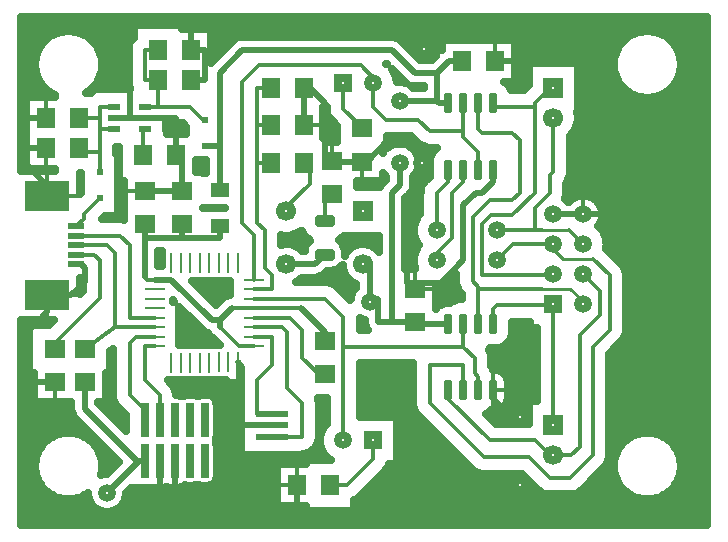
<source format=gbr>
G04 DipTrace 4.2.0.1*
G04 uart_sw2_Top.gbr*
%MOIN*%
G04 #@! TF.FileFunction,Copper,L1,Top*
G04 #@! TF.Part,Single*
%AMOUTLINE0*
4,1,28,
0.032087,0.010039,
0.032087,-0.010039,
0.031751,-0.012587,
0.030768,-0.014961,
0.029204,-0.016999,
0.027165,-0.018563,
0.024792,-0.019547,
0.022244,-0.019882,
-0.022244,-0.019882,
-0.024792,-0.019547,
-0.027165,-0.018563,
-0.029204,-0.016999,
-0.030768,-0.014961,
-0.031751,-0.012587,
-0.032087,-0.010039,
-0.032087,0.010039,
-0.031751,0.012587,
-0.030768,0.014961,
-0.029204,0.016999,
-0.027165,0.018563,
-0.024792,0.019547,
-0.022244,0.019882,
0.022244,0.019882,
0.024792,0.019547,
0.027165,0.018563,
0.029204,0.016999,
0.030768,0.014961,
0.031751,0.012587,
0.032087,0.010039,
0*%
%AMOUTLINE3*
4,1,28,
-0.032087,-0.010039,
-0.032087,0.010039,
-0.031751,0.012587,
-0.030768,0.014961,
-0.029204,0.016999,
-0.027165,0.018563,
-0.024792,0.019547,
-0.022244,0.019882,
0.022244,0.019882,
0.024792,0.019547,
0.027165,0.018563,
0.029204,0.016999,
0.030768,0.014961,
0.031751,0.012587,
0.032087,0.010039,
0.032087,-0.010039,
0.031751,-0.012587,
0.030768,-0.014961,
0.029204,-0.016999,
0.027165,-0.018563,
0.024792,-0.019547,
0.022244,-0.019882,
-0.022244,-0.019882,
-0.024792,-0.019547,
-0.027165,-0.018563,
-0.029204,-0.016999,
-0.030768,-0.014961,
-0.031751,-0.012587,
-0.032087,-0.010039,
0*%
%AMOUTLINE6*
4,1,28,
-0.007283,0.05748,
0.007283,0.05748,
0.009169,0.057232,
0.010925,0.056505,
0.012434,0.055347,
0.013591,0.053839,
0.014319,0.052082,
0.014567,0.050197,
0.014567,-0.050197,
0.014319,-0.052082,
0.013591,-0.053839,
0.012434,-0.055347,
0.010925,-0.056505,
0.009169,-0.057232,
0.007283,-0.05748,
-0.007283,-0.05748,
-0.009169,-0.057232,
-0.010925,-0.056505,
-0.012434,-0.055347,
-0.013591,-0.053839,
-0.014319,-0.052082,
-0.014567,-0.050197,
-0.014567,0.050197,
-0.014319,0.052082,
-0.013591,0.053839,
-0.012434,0.055347,
-0.010925,0.056505,
-0.009169,0.057232,
-0.007283,0.05748,
0*%
%AMOUTLINE9*
4,1,28,
0.007283,-0.05748,
-0.007283,-0.05748,
-0.009169,-0.057232,
-0.010925,-0.056505,
-0.012434,-0.055347,
-0.013591,-0.053839,
-0.014319,-0.052082,
-0.014567,-0.050197,
-0.014567,0.050197,
-0.014319,0.052082,
-0.013591,0.053839,
-0.012434,0.055347,
-0.010925,0.056505,
-0.009169,0.057232,
-0.007283,0.05748,
0.007283,0.05748,
0.009169,0.057232,
0.010925,0.056505,
0.012434,0.055347,
0.013591,0.053839,
0.014319,0.052082,
0.014567,0.050197,
0.014567,-0.050197,
0.014319,-0.052082,
0.013591,-0.053839,
0.012434,-0.055347,
0.010925,-0.056505,
0.009169,-0.057232,
0.007283,-0.05748,
0*%
%AMOUTLINE12*
4,1,28,
-0.00689,0.033268,
0.00689,0.033268,
0.008622,0.03304,
0.010236,0.032371,
0.011622,0.031307,
0.012686,0.029921,
0.013355,0.028307,
0.013583,0.026575,
0.013583,-0.026575,
0.013355,-0.028307,
0.012686,-0.029921,
0.011622,-0.031307,
0.010236,-0.032371,
0.008622,-0.03304,
0.00689,-0.033268,
-0.00689,-0.033268,
-0.008622,-0.03304,
-0.010236,-0.032371,
-0.011622,-0.031307,
-0.012686,-0.029921,
-0.013355,-0.028307,
-0.013583,-0.026575,
-0.013583,0.026575,
-0.013355,0.028307,
-0.012686,0.029921,
-0.011622,0.031307,
-0.010236,0.032371,
-0.008622,0.03304,
-0.00689,0.033268,
0*%
%AMOUTLINE15*
4,1,28,
0.00689,-0.033268,
-0.00689,-0.033268,
-0.008622,-0.03304,
-0.010236,-0.032371,
-0.011622,-0.031307,
-0.012686,-0.029921,
-0.013355,-0.028307,
-0.013583,-0.026575,
-0.013583,0.026575,
-0.013355,0.028307,
-0.012686,0.029921,
-0.011622,0.031307,
-0.010236,0.032371,
-0.008622,0.03304,
-0.00689,0.033268,
0.00689,0.033268,
0.008622,0.03304,
0.010236,0.032371,
0.011622,0.031307,
0.012686,0.029921,
0.013355,0.028307,
0.013583,0.026575,
0.013583,-0.026575,
0.013355,-0.028307,
0.012686,-0.029921,
0.011622,-0.031307,
0.010236,-0.032371,
0.008622,-0.03304,
0.00689,-0.033268,
0*%
%ADD36C,0.007874*%
G04 #@! TA.AperFunction,Conductor*
%ADD13C,0.01378*%
%ADD14C,0.019685*%
%ADD15C,0.009843*%
G04 #@! TA.AperFunction,CopperBalancing*
%ADD16C,0.025*%
%ADD17C,0.012992*%
%ADD18R,0.062992X0.070866*%
%ADD19R,0.070866X0.062992*%
G04 #@! TA.AperFunction,ComponentPad*
%ADD20R,0.059055X0.059055*%
%ADD21C,0.059055*%
%ADD22R,0.023622X0.023622*%
%ADD24R,0.110236X0.019685*%
G04 #@! TA.AperFunction,ComponentPad*
%ADD25R,0.066929X0.066929*%
%ADD26C,0.066929*%
%ADD27R,0.055118X0.019685*%
%ADD28R,0.149606X0.098425*%
%ADD29R,0.029134X0.114961*%
%ADD30R,0.062992X0.047244*%
%ADD32R,0.066929X0.009843*%
%ADD33R,0.009843X0.066929*%
%ADD34R,0.043307X0.023622*%
G04 #@! TA.AperFunction,ViaPad*
%ADD35C,0.059055*%
%ADD70OUTLINE0*%
%ADD73OUTLINE3*%
%ADD76OUTLINE6*%
%ADD79OUTLINE9*%
%ADD82OUTLINE12*%
%ADD85OUTLINE15*%
%FSLAX26Y26*%
G04*
G70*
G90*
G75*
G01*
G04 Top*
%LPD*%
X1373819Y1640357D2*
D13*
X1393701D1*
Y1571364D1*
X1315748Y1493411D1*
Y1478937D1*
X1906201Y1104331D2*
Y1027854D1*
X1943701Y990354D1*
Y940354D1*
X1956201Y927854D1*
Y883071D1*
X1906201Y1027854D2*
X1506201D1*
Y715353D1*
X1209054Y1187605D2*
X1446450D1*
X1506201Y1127854D1*
Y1027854D1*
X1906201Y1838484D2*
Y1746604D1*
Y1727854D1*
X1956201Y1677854D1*
Y1617224D1*
X1906201Y1746604D2*
X1793702D1*
X1756201Y1784105D1*
X1648626D1*
X1606201Y1826530D1*
Y1906201D1*
X1209051Y1250597D2*
Y1400004D1*
X1168701Y1440354D1*
Y1910428D1*
X1223627Y1965354D1*
X1563774D1*
X1606201Y1922928D1*
Y1906201D1*
X2206201Y1468701D2*
D14*
X2306201D1*
X2006201Y1617224D2*
Y1577854D1*
X1968701Y1540354D1*
X1947959D1*
X1906201Y1498596D1*
Y1315354D1*
X1831201Y1240354D1*
X1743701D1*
Y1220472D1*
X1351083Y565354D2*
Y465354D1*
X2093701D1*
X2693701D1*
Y1468701D1*
X2306201D1*
X2011319Y1981201D2*
X2393701D1*
Y1468701D1*
X2306201D1*
X1373819Y1765354D2*
Y1890354D1*
X520079Y1530709D2*
Y1563976D1*
X443701Y1640354D1*
Y1690354D1*
Y1790354D1*
Y2115354D1*
X793701D1*
X998819D1*
X1869828D1*
X2693701D1*
Y1468701D1*
X520079Y1200000D2*
Y1141732D1*
X443701Y1065354D1*
Y910236D1*
Y465354D1*
X943701D1*
X1168701D1*
X1351083D1*
X893701Y647835D2*
Y515354D1*
X943701D1*
Y647835D1*
Y465354D1*
X1153943Y975004D2*
X1168701Y960246D1*
Y765354D1*
Y465354D1*
X1268701Y765354D2*
X1168701D1*
X513583Y1690354D2*
X443701D1*
X513583Y1790354D2*
X443701D1*
X998819Y1915354D2*
X1043701D1*
Y2015356D1*
X998819D1*
X740551Y1790354D2*
X793701D1*
Y2115354D1*
X998819Y2015356D2*
Y2115354D1*
X948819Y1665354D2*
Y1790354D1*
X793701D1*
X543701Y910236D2*
X443701D1*
X614567Y1302362D2*
X631693D1*
X643701Y1290354D1*
Y1244488D1*
X599213Y1200000D1*
X520079D1*
X948819Y1665354D2*
X968701D1*
Y1545472D1*
X843701D1*
X1568702Y1644833D2*
X1498180D1*
X1493701Y1640354D1*
X1443701D1*
Y1840354D1*
X1393701Y1890354D1*
X1373819D1*
X2093701Y465354D2*
Y565354D1*
Y793701D2*
X2065354D1*
X2006201Y852854D1*
Y883071D1*
X1468700Y1645472D2*
X1448819D1*
X1443701Y1640354D1*
X1743701Y1240354D2*
X1718701D1*
Y1490354D1*
X1768701Y1540354D1*
Y1640354D1*
X1774951Y2020478D2*
X1869828Y2115354D1*
X1568702Y1644833D2*
X1585680D1*
X1656201Y1715354D1*
X1743701D1*
X1768701Y1690354D1*
Y1640354D1*
X2206201Y1368701D2*
D13*
Y1352854D1*
X2237451Y1321604D1*
D15*
X2337451D1*
D13*
X2393701Y1265354D1*
Y1084104D1*
X2337451Y1027854D1*
Y665354D1*
X2262451Y590354D1*
X2193699D1*
X2124950Y659104D1*
X1974951D1*
X1793701Y840354D1*
Y965354D1*
X1906201D1*
Y883071D1*
X2206201Y1368701D2*
X2072047D1*
X2018701Y1315354D1*
X1818701D2*
Y1340354D1*
X1868701Y1390354D1*
Y1540354D1*
X1906201Y1577854D1*
Y1617224D1*
X2306201Y1168701D2*
Y1172049D1*
X2293701Y1184549D1*
D15*
Y1190354D1*
X2262451Y1221604D1*
X2168701D1*
D13*
X1956201D1*
Y1104331D1*
Y1838484D2*
Y1752854D1*
X1968701Y1740354D1*
X2068701D1*
X2093701Y1715354D1*
Y1540354D1*
X2068701Y1515354D1*
X1993701D1*
X1937451Y1459104D1*
Y1246604D1*
X1956201Y1227854D1*
Y1221604D1*
X693701Y1608661D2*
Y1677854D1*
X628108D1*
X693701D2*
Y1790354D1*
Y1827756D1*
X740551D1*
Y1752953D2*
X693701D1*
Y1677854D1*
X623819Y1690354D2*
X628108Y1677854D1*
X623819Y1790354D2*
X693701D1*
X1461319Y565354D2*
X1518701D1*
X1606201Y652854D1*
Y715356D1*
X1506201Y1906201D2*
Y1821605D1*
X1568699Y1759106D1*
Y1755070D1*
X846850Y1827756D2*
X888583D1*
X994488D1*
X1038583Y1783661D1*
X1043699D1*
X888583Y1915354D2*
X843701D1*
Y2015353D1*
X888583D1*
Y1915354D2*
Y1827756D1*
X614567Y1333858D2*
X675197D1*
X693701Y1315354D1*
Y1190354D1*
X543701Y1040354D1*
Y1020472D1*
X838583Y1665354D2*
Y1744685D1*
X846850Y1752953D1*
X1209058Y1061621D2*
X1268701D1*
Y965354D1*
X1218701Y915354D1*
Y804724D1*
X1268699D1*
X1209056Y1093117D2*
X1303438D1*
X1318701Y1077854D1*
Y890354D1*
X1368701Y840354D1*
Y725984D1*
X1268702D1*
X1443701Y1445866D2*
Y1510235D1*
X1468702Y1535236D1*
X1263583Y1890354D2*
X1218701D1*
Y1765354D1*
Y1640352D1*
Y1440354D1*
X1243701Y1415354D1*
Y1290354D1*
X1268701Y1265354D1*
Y1221604D1*
X1231398D1*
X1228895Y1219101D1*
X1209052D1*
X1263583Y1765354D2*
X1218701D1*
X1263583Y1640352D2*
X1218701D1*
X1443702Y935236D2*
X1423819D1*
X1368701Y990354D1*
Y1082854D1*
X1326942Y1124613D1*
X1209055D1*
X2206201Y1268701D2*
X2202854Y1265354D1*
X1968701D1*
Y1436124D1*
X1997932Y1465354D1*
X2068701D1*
X2143701Y1540354D1*
Y1827854D1*
X2016831D1*
X2006201Y1838484D1*
X2206199Y1890354D2*
X2193701D1*
X2143701Y1840354D1*
Y1827854D1*
X2306201Y1368701D2*
X2259547Y1415354D1*
D15*
X2168701D1*
D13*
X2143701D1*
X2018701D1*
X1818701D2*
Y1540354D1*
X1856201Y1577854D1*
Y1617224D1*
X2206202Y1790354D2*
Y1611124D1*
X2193701Y1598622D1*
Y1540354D1*
X2143701Y1490354D1*
Y1415354D1*
X893701Y782874D2*
Y865354D1*
X843701Y915354D1*
Y1030112D1*
X878350D1*
X843701Y782874D2*
Y815354D1*
X793701Y865354D1*
Y1040354D1*
X814954Y1061608D1*
X878349D1*
X614567Y1396850D2*
X762205D1*
X793701Y1365354D1*
Y1124600D1*
X878346D1*
X614567Y1365354D2*
X718701D1*
X743701Y1340354D1*
Y1093104D1*
X878348D1*
X643701Y1020472D2*
X743701Y1093104D1*
X2006201Y1104331D2*
Y1152854D1*
X2018701Y1165354D1*
X2206201D1*
Y1168701D1*
X2206200Y765354D2*
X2206201Y1165354D1*
X2306201Y1268701D2*
X2362451Y1212451D1*
Y1134104D1*
X2293701Y1065354D1*
Y694585D1*
X2264470Y665354D1*
X2206202D1*
X2193701D1*
X2143701Y715354D1*
X1993701D1*
X1856201Y852854D1*
Y883071D1*
X2206202Y665354D2*
D3*
X614567Y1428346D2*
X641125Y1454904D1*
Y1469471D1*
X693701Y1522047D1*
X1856201Y1838484D2*
D14*
X1826822D1*
X1818701Y1846605D1*
Y1940354D1*
X1859547Y1981201D1*
X1901083D1*
X1856201Y1104331D2*
X1749606D1*
X1743701Y1110236D1*
X1818701Y1846605D2*
X1693701D1*
Y1640354D2*
Y1565354D1*
X1668701Y1540354D1*
Y1110236D1*
X1743701D1*
X1571654Y1301772D2*
X1593701D1*
Y1185236D1*
X1623228D1*
Y1110236D1*
X1743701D1*
X1093700Y1549409D2*
Y1697047D1*
X1043702D1*
X843701Y647835D2*
X817471D1*
X643701Y821605D1*
Y910236D1*
X1093700Y1549409D2*
Y1940353D1*
X1168701Y2015354D1*
X1668701D1*
X1743701Y1940354D1*
X1818701D1*
X1315748Y1301772D2*
X1410630D1*
X1443701Y1334843D1*
X843701Y647835D2*
X826181D1*
X718701Y540354D1*
X1593701Y1177854D2*
X1623228Y1185236D1*
X1093702Y1431299D2*
Y1390354D1*
X843701D1*
Y1259104D1*
D13*
X852220Y1250584D1*
X878343D1*
X1209055Y1156109D2*
X1134455D1*
D14*
X1093701Y1115354D1*
X1068701D1*
X933471Y1250584D1*
X878343D1*
X1209059Y1030125D2*
D13*
X1158470D1*
X1093701Y1094894D1*
D14*
Y1115354D1*
X1443699Y1045472D2*
Y1077856D1*
X1365446Y1156109D1*
D13*
X1209055D1*
X968701Y1435236D2*
D14*
Y1390354D1*
X843701D1*
Y1435236D1*
D35*
X2093701Y565354D3*
Y793701D3*
X1768701Y1640354D3*
X1774951Y2020478D3*
X2018701Y1315354D3*
X1818701D3*
X2018701Y1415354D3*
X1818701D3*
X1693701Y1846605D3*
Y1640354D3*
X718701Y540354D3*
X1593701Y1177854D3*
X434694Y2102001D2*
D16*
X2714925D1*
X434694Y2077133D2*
X563721D1*
X617380D2*
X806227D1*
X1067404D2*
X2492855D1*
X2546514D2*
X2714925D1*
X434694Y2052264D2*
X514722D1*
X666380D2*
X800073D1*
X1067404D2*
X1141475D1*
X1695933D2*
X2443855D1*
X2595514D2*
X2714925D1*
X434694Y2027395D2*
X493586D1*
X687516D2*
X787280D1*
X1067404D2*
X1115405D1*
X1721985D2*
X1832497D1*
X2079894D2*
X2422720D1*
X2616650D2*
X2714925D1*
X434694Y2002526D2*
X482067D1*
X699035D2*
X785952D1*
X1067404D2*
X1090537D1*
X1746853D2*
X1815541D1*
X2079894D2*
X2411201D1*
X2628169D2*
X2714925D1*
X434694Y1977657D2*
X477115D1*
X703987D2*
X785952D1*
X2079894D2*
X2406249D1*
X2633121D2*
X2714925D1*
X434694Y1952789D2*
X477851D1*
X703251D2*
X785952D1*
X2079894D2*
X2121867D1*
X2290534D2*
X2406984D1*
X2632385D2*
X2714925D1*
X434694Y1927920D2*
X484399D1*
X696702D2*
X785952D1*
X2079894D2*
X2121867D1*
X2290534D2*
X2413533D1*
X2625836D2*
X2714925D1*
X434694Y1903051D2*
X498000D1*
X683102D2*
X787334D1*
X2055439D2*
X2121867D1*
X2290534D2*
X2427133D1*
X2612236D2*
X2714925D1*
X434694Y1878182D2*
X522975D1*
X658127D2*
X668037D1*
X2290534D2*
X2452109D1*
X2587261D2*
X2714925D1*
X434694Y1853314D2*
X444999D1*
X2290534D2*
X2714925D1*
X434694Y1828445D2*
X444999D1*
X2290534D2*
X2714925D1*
X434694Y1803576D2*
X444999D1*
X1442394D2*
X1451460D1*
X2289458D2*
X2714925D1*
X434694Y1778707D2*
X444999D1*
X1442394D2*
X1468451D1*
X2289709D2*
X2714925D1*
X434694Y1753839D2*
X444999D1*
X919364D2*
X981019D1*
X1442394D2*
X1482393D1*
X2281940D2*
X2714925D1*
X434694Y1728970D2*
X444999D1*
X1442394D2*
X1482393D1*
X2263962D2*
X2714925D1*
X434694Y1704101D2*
X444999D1*
X1655008D2*
X1684349D1*
X1703056D2*
X1755884D1*
X2263962D2*
X2714925D1*
X434694Y1679232D2*
X444999D1*
X1747176D2*
X1804668D1*
X2263962D2*
X2714925D1*
X434694Y1654364D2*
X444999D1*
X1758767D2*
X1792773D1*
X2263962D2*
X2714925D1*
X434694Y1629495D2*
X444999D1*
X1017399D2*
X1046776D1*
X1759395D2*
X1791750D1*
X2263962D2*
X2714925D1*
X1749437Y1604626D2*
X1791750D1*
X2263567D2*
X2714925D1*
X756378Y1579757D2*
X771186D1*
X1740627D2*
X1777468D1*
X2254202D2*
X2714925D1*
X756378Y1554888D2*
X771186D1*
X1739371D2*
X1762899D1*
X2251457D2*
X2714925D1*
X756378Y1530020D2*
X771186D1*
X1723690D2*
X1760943D1*
X2250488D2*
X2284978D1*
X2327423D2*
X2714925D1*
X756378Y1505151D2*
X771186D1*
X1715634D2*
X1760943D1*
X2361442D2*
X2714925D1*
X756378Y1480282D2*
X771186D1*
X1715634D2*
X1760943D1*
X2371758D2*
X2714925D1*
X707719Y1455413D2*
X771186D1*
X1715634D2*
X1749389D1*
X2371417D2*
X2714925D1*
X1715634Y1430545D2*
X1739808D1*
X2360222D2*
X2714925D1*
X1354711Y1405676D2*
X1369160D1*
X1715634D2*
X1738911D1*
X2377266D2*
X2714925D1*
X1301459Y1380807D2*
X1392808D1*
X1494587D2*
X1621767D1*
X1715634D2*
X1746392D1*
X2385645D2*
X2714925D1*
X1359447Y1355938D2*
X1375924D1*
X1511471D2*
X1527965D1*
X1715634D2*
X1749712D1*
X2385538D2*
X2714925D1*
X890638Y1331070D2*
X900100D1*
X1715634D2*
X1739915D1*
X2408629D2*
X2714925D1*
X890638Y1306201D2*
X900100D1*
X1715634D2*
X1738839D1*
X2433497D2*
X2714925D1*
X1477632Y1281332D2*
X1504246D1*
X2449089D2*
X2714925D1*
X1369029Y1256463D2*
X1518384D1*
X1872179D2*
X1879702D1*
X2451457D2*
X2714925D1*
X1017794Y1231594D2*
X1124717D1*
X1482387D2*
X1546769D1*
X1816217D2*
X1881766D1*
X2451457D2*
X2714925D1*
X1042662Y1206726D2*
X1124717D1*
X1507972D2*
X1533958D1*
X1816217D2*
X1896693D1*
X2451457D2*
X2714925D1*
X1067530Y1181857D2*
X1094879D1*
X1816217D2*
X1875934D1*
X2451457D2*
X2714925D1*
X2451457Y1156988D2*
X2714925D1*
X962676Y1132119D2*
X986599D1*
X2451457D2*
X2714925D1*
X434694Y1107251D2*
X529954D1*
X962676D2*
X1011466D1*
X1563951D2*
X1576391D1*
X2070654D2*
X2125814D1*
X2451457D2*
X2714925D1*
X434694Y1082382D2*
X457397D1*
X962676D2*
X1036424D1*
X2070654D2*
X2148439D1*
X2451421D2*
X2714925D1*
X434694Y1057513D2*
X457397D1*
X962676D2*
X1067195D1*
X2066797D2*
X2148439D1*
X2444639D2*
X2714925D1*
X434694Y1032644D2*
X457397D1*
X2047150D2*
X2148439D1*
X2422893D2*
X2714925D1*
X434694Y1007776D2*
X457397D1*
X1998635D2*
X2148439D1*
X2398008D2*
X2714925D1*
X434694Y982907D2*
X457397D1*
X2001451D2*
X2148439D1*
X2395209D2*
X2714925D1*
X434694Y958038D2*
X457397D1*
X1563951D2*
X1735950D1*
X2004986D2*
X2148439D1*
X2395209D2*
X2714925D1*
X434694Y933169D2*
X471176D1*
X716223D2*
X735948D1*
X1563951D2*
X1735950D1*
X2049518D2*
X2148439D1*
X2395209D2*
X2714925D1*
X434694Y908301D2*
X471176D1*
X716223D2*
X735948D1*
X931403D2*
X1111942D1*
X1563951D2*
X1735950D1*
X2056875D2*
X2148439D1*
X2395209D2*
X2714925D1*
X434694Y883432D2*
X471176D1*
X716223D2*
X735948D1*
X948412D2*
X1160942D1*
X1563951D2*
X1735950D1*
X2056875D2*
X2148439D1*
X2395209D2*
X2714925D1*
X434694Y858563D2*
X471176D1*
X716223D2*
X736360D1*
X1074778D2*
X1160942D1*
X1563951D2*
X1735950D1*
X2056875D2*
X2148439D1*
X2395209D2*
X2714925D1*
X434694Y833694D2*
X596771D1*
X696936D2*
X745905D1*
X1086692D2*
X1160942D1*
X1426461D2*
X1448446D1*
X1563951D2*
X1736345D1*
X2050003D2*
X2121867D1*
X2395209D2*
X2714925D1*
X434694Y808825D2*
X598655D1*
X721821D2*
X769589D1*
X1086710D2*
X1160942D1*
X1426461D2*
X1448446D1*
X1563951D2*
X1745818D1*
X1993144D2*
X2121867D1*
X2395209D2*
X2714925D1*
X434694Y783957D2*
X616023D1*
X746689D2*
X778273D1*
X1086710D2*
X1162718D1*
X1426461D2*
X1448446D1*
X1686604D2*
X1769448D1*
X2005740D2*
X2121867D1*
X2395209D2*
X2714925D1*
X434694Y759088D2*
X640890D1*
X1086710D2*
X1162718D1*
X1426461D2*
X1439242D1*
X1686604D2*
X1794316D1*
X2395209D2*
X2714925D1*
X434694Y734219D2*
X549135D1*
X631967D2*
X665758D1*
X1086710D2*
X1162718D1*
X1686604D2*
X1819184D1*
X2395209D2*
X2478268D1*
X2561101D2*
X2714925D1*
X434694Y709350D2*
X510057D1*
X671045D2*
X690626D1*
X1084718D2*
X1162718D1*
X1686604D2*
X1844069D1*
X2395209D2*
X2439191D1*
X2600179D2*
X2714925D1*
X434694Y684482D2*
X491020D1*
X690082D2*
X715494D1*
X1086710D2*
X1162718D1*
X1407676D2*
X1432191D1*
X1686604D2*
X1868937D1*
X2395209D2*
X2420154D1*
X2619216D2*
X2714925D1*
X434694Y659613D2*
X480757D1*
X700345D2*
X740361D1*
X1086710D2*
X1449289D1*
X1686604D2*
X1893805D1*
X2394904D2*
X2409891D1*
X2629479D2*
X2714925D1*
X434694Y634744D2*
X476828D1*
X704274D2*
X747753D1*
X1086710D2*
X1282500D1*
X1660910D2*
X1918672D1*
X2385950D2*
X2405962D1*
X2633408D2*
X2714925D1*
X434694Y609875D2*
X478550D1*
X702552D2*
X722886D1*
X1086710D2*
X1282500D1*
X1643865D2*
X1947362D1*
X2362608D2*
X2407684D1*
X2631685D2*
X2714925D1*
X434694Y585007D2*
X486194D1*
X1084198D2*
X1282500D1*
X1618998D2*
X2118404D1*
X2337740D2*
X2415328D1*
X2624042D2*
X2714925D1*
X434694Y560138D2*
X501319D1*
X972114D2*
X1282500D1*
X1594130D2*
X2143272D1*
X2312872D2*
X2430453D1*
X2608917D2*
X2714925D1*
X434694Y535269D2*
X529452D1*
X785121D2*
X1282500D1*
X1569262D2*
X2186853D1*
X2269291D2*
X2458586D1*
X2580784D2*
X2714925D1*
X434694Y510400D2*
X659514D1*
X777890D2*
X1282500D1*
X1543677D2*
X2714925D1*
X434694Y485531D2*
X682965D1*
X754440D2*
X1378956D1*
X1543677D2*
X2714925D1*
X434694Y460663D2*
X2714925D1*
X434694Y435794D2*
X2714925D1*
X633519Y1606555D2*
X629464D1*
X629469Y1535960D1*
X633526Y1540017D1*
X633523Y1606554D1*
X918444Y1735374D2*
X983520D1*
X983522Y1760579D1*
X971600Y1772500D1*
X916864D1*
X916861Y1767578D1*
X916870Y1749158D1*
X918445Y1749154D1*
Y1735383D1*
X1014902Y1650649D2*
Y1611553D1*
X1038721Y1611555D1*
Y1607617D1*
X1049264Y1607618D1*
X1049270Y1650651D1*
X1014896Y1650649D1*
X773681Y1450906D2*
X773680Y1581555D1*
X758720D1*
Y1692769D1*
X748949Y1692775D1*
X748957Y1668837D1*
X753878Y1668839D1*
Y1461870D1*
X711669D1*
X701899Y1452101D1*
X762178Y1452107D1*
X1038721Y1491200D2*
Y1489503D1*
X1113445Y1489508D1*
Y1491204D1*
X1038719Y1491200D1*
X1450938Y1828307D2*
X1439903D1*
X1439902Y1724154D1*
X1453681Y1724156D1*
Y1711552D1*
X1484901Y1711555D1*
X1484900Y1764765D1*
X1467129Y1782533D1*
X1461202Y1789537D1*
X1456515Y1797426D1*
X1453199Y1805982D1*
X1451344Y1814977D1*
X1649531Y1970925D2*
X1651494Y1969573D1*
X1652077Y1969145D1*
X1650297Y1970925D1*
X1649546D1*
X1669145Y1952078D2*
X1670645Y1949955D1*
X1671659Y1948423D1*
X1672637Y1946867D1*
X1673577Y1945289D1*
X1674480Y1943689D1*
X1675346Y1942068D1*
X1676172Y1940427D1*
X1676960Y1938768D1*
X1677708Y1937090D1*
X1678417Y1935395D1*
X1679085Y1933683D1*
X1679713Y1931957D1*
X1680300Y1930216D1*
X1680846Y1928462D1*
X1682955Y1919477D1*
X1683987Y1910306D1*
X1683995Y1909981D1*
X1684607Y1910071D1*
X1693732Y1910719D1*
X1702856Y1910062D1*
X1704670Y1909774D1*
X1706476Y1909434D1*
X1708271Y1909042D1*
X1710054Y1908599D1*
X1711823Y1908105D1*
X1713814Y1907480D1*
X1712274Y1908949D1*
X1669172Y1952050D1*
X1506653Y1394221D2*
X1499602Y1388335D1*
X1491711Y1383632D1*
X1494689Y1378761D1*
X1501032Y1372138D1*
X1505880Y1364354D1*
X1509027Y1355741D1*
X1510339Y1346666D1*
X1510374Y1344882D1*
Y1331371D1*
X1510956Y1332543D1*
X1515599Y1340358D1*
X1521243Y1347485D1*
X1527786Y1353797D1*
X1535111Y1359179D1*
X1543089Y1363538D1*
X1551576Y1366794D1*
X1560422Y1368890D1*
X1569468Y1369788D1*
X1578554Y1369472D1*
X1587516Y1367949D1*
X1596195Y1365244D1*
X1604436Y1361407D1*
X1612092Y1356505D1*
X1619026Y1350627D1*
X1624277Y1344806D1*
X1624271Y1397111D1*
X1509401Y1397106D1*
X1506653Y1394221D1*
X1391341Y1386015D2*
X1383879Y1391372D1*
X1377359Y1397831D1*
X1371936Y1405233D1*
X1367740Y1413405D1*
X1366765Y1414956D1*
X1359281Y1409646D1*
X1351249Y1405208D1*
X1342770Y1401696D1*
X1333952Y1399157D1*
X1324905Y1397620D1*
X1315743Y1397106D1*
X1306581Y1397621D1*
X1298957Y1398917D1*
Y1367716D1*
X1301171Y1368244D1*
X1310161Y1369593D1*
X1319251Y1369733D1*
X1328278Y1368660D1*
X1337081Y1366393D1*
X1345504Y1362973D1*
X1353396Y1358461D1*
X1360616Y1352937D1*
X1367035Y1346500D1*
X1367266Y1346196D1*
X1377044Y1346201D1*
X1377181Y1348579D1*
X1378883Y1357589D1*
X1382399Y1366059D1*
X1387578Y1373626D1*
X1394208Y1379973D1*
X1391341Y1386015D1*
X2630625Y1959328D2*
X2629488Y1950198D1*
X2627602Y1941193D1*
X2624978Y1932375D1*
X2621635Y1923803D1*
X2617595Y1915537D1*
X2612887Y1907632D1*
X2607542Y1900144D1*
X2601596Y1893122D1*
X2595092Y1886615D1*
X2588072Y1880668D1*
X2580585Y1875321D1*
X2572682Y1870610D1*
X2564417Y1866568D1*
X2555846Y1863222D1*
X2547028Y1860595D1*
X2538024Y1858706D1*
X2528894Y1857567D1*
X2519702Y1857185D1*
X2510509Y1857564D1*
X2501379Y1858701D1*
X2492374Y1860587D1*
X2483556Y1863211D1*
X2474984Y1866554D1*
X2466718Y1870594D1*
X2458813Y1875302D1*
X2451325Y1880647D1*
X2444303Y1886593D1*
X2437796Y1893097D1*
X2431849Y1900117D1*
X2426502Y1907604D1*
X2421791Y1915507D1*
X2417749Y1923772D1*
X2414403Y1932343D1*
X2411777Y1941161D1*
X2409887Y1950165D1*
X2408748Y1959295D1*
X2408366Y1968487D1*
X2408745Y1977680D1*
X2409882Y1986810D1*
X2411768Y1995815D1*
X2414392Y2004633D1*
X2417735Y2013205D1*
X2421775Y2021471D1*
X2426483Y2029376D1*
X2431828Y2036864D1*
X2437774Y2043886D1*
X2444278Y2050393D1*
X2451298Y2056340D1*
X2458785Y2061687D1*
X2466688Y2066398D1*
X2474953Y2070440D1*
X2483524Y2073786D1*
X2492342Y2076412D1*
X2501346Y2078302D1*
X2510476Y2079441D1*
X2519668Y2079823D1*
X2528861Y2079444D1*
X2537991Y2078307D1*
X2546996Y2076421D1*
X2555814Y2073797D1*
X2564386Y2070454D1*
X2572652Y2066414D1*
X2580557Y2061706D1*
X2588045Y2056360D1*
X2595067Y2050415D1*
X2601574Y2043911D1*
X2607521Y2036891D1*
X2612868Y2029404D1*
X2617579Y2021501D1*
X2621621Y2013236D1*
X2624967Y2004665D1*
X2627593Y1995847D1*
X2629483Y1986843D1*
X2630622Y1977713D1*
X2631004Y1968504D1*
X2630625Y1959328D1*
Y620745D2*
X2629488Y611615D1*
X2627602Y602610D1*
X2624978Y593792D1*
X2621635Y585220D1*
X2617595Y576954D1*
X2612887Y569050D1*
X2607542Y561561D1*
X2601596Y554539D1*
X2595092Y548033D1*
X2588072Y542085D1*
X2580585Y536738D1*
X2572682Y532027D1*
X2564417Y527985D1*
X2555846Y524639D1*
X2547028Y522013D1*
X2538024Y520123D1*
X2528894Y518984D1*
X2519702Y518602D1*
X2510509Y518981D1*
X2501379Y520118D1*
X2492374Y522005D1*
X2483556Y524628D1*
X2474984Y527972D1*
X2466718Y532011D1*
X2458813Y536720D1*
X2451325Y542065D1*
X2444303Y548010D1*
X2437796Y554515D1*
X2431849Y561535D1*
X2426502Y569022D1*
X2421791Y576925D1*
X2417749Y585190D1*
X2414403Y593760D1*
X2411777Y602578D1*
X2409887Y611582D1*
X2408748Y620712D1*
X2408366Y629904D1*
X2408745Y639097D1*
X2409882Y648227D1*
X2411768Y657232D1*
X2414392Y666051D1*
X2417735Y674622D1*
X2421775Y682888D1*
X2426483Y690793D1*
X2431828Y698282D1*
X2437774Y705303D1*
X2444278Y711810D1*
X2451298Y717757D1*
X2458785Y723105D1*
X2466688Y727815D1*
X2474953Y731857D1*
X2483524Y735203D1*
X2492342Y737830D1*
X2501346Y739719D1*
X2510476Y740859D1*
X2519668Y741240D1*
X2528861Y740861D1*
X2537991Y739725D1*
X2546996Y737838D1*
X2555814Y735214D1*
X2564386Y731871D1*
X2572652Y727831D1*
X2580557Y723123D1*
X2588045Y717778D1*
X2595067Y711833D1*
X2601574Y705328D1*
X2607521Y698308D1*
X2612868Y690821D1*
X2617579Y682918D1*
X2621621Y674653D1*
X2624967Y666082D1*
X2627593Y657265D1*
X2629483Y648260D1*
X2630622Y639131D1*
X2631004Y629921D1*
X2630625Y620745D1*
X638446Y1257933D2*
X629469D1*
Y1204265D1*
X638440Y1213238D1*
X638444Y1257927D1*
X754652Y826259D2*
X780767Y800136D1*
X780770Y747368D1*
X688130Y840007D1*
X688126Y844153D1*
X713721D1*
X713730Y940610D1*
X727500D1*
X727504Y1013047D1*
X738445Y1020987D1*
Y865354D1*
X739058Y857147D1*
X741169Y848217D1*
X744729Y839760D1*
X749646Y832002D1*
X754652Y826259D1*
X1639883Y1675207D2*
X1638721D1*
X1638722Y1673342D1*
X1639904Y1675208D1*
X1632554Y1566187D2*
X1629242Y1560768D1*
X1552501Y1560761D1*
X1552502Y1578750D1*
X1638722D1*
X1638725Y1607592D1*
X1639748Y1605717D1*
X1645226Y1598392D1*
X1649271Y1594134D1*
X1649275Y1583762D1*
X1637303Y1571789D1*
X1632554Y1566187D1*
X1127220Y1199937D2*
Y1246318D1*
X1049615Y1246310D1*
X1000580Y1246309D1*
X1081202Y1165686D1*
X1103039Y1187525D1*
X1110158Y1193306D1*
X1118311Y1197502D1*
X1127215Y1199938D1*
X902604Y1295010D2*
Y1345930D1*
X888137Y1345925D1*
X888130Y1295010D1*
X902611Y1295013D1*
X937744Y1183474D2*
Y1177886D1*
X943332Y1177888D1*
X937742Y1183480D1*
X960178Y1161049D2*
X960182Y1034391D1*
X1037787Y1034398D1*
X1095531Y1034400D1*
X1075640Y1054297D1*
X1072524Y1055836D1*
X1064957Y1061015D1*
X1058614Y1067638D1*
X1055276Y1072996D1*
X1054232Y1073347D1*
X1045916Y1077212D1*
X1038571Y1082702D1*
X1037284Y1083938D1*
X960173Y1161049D1*
X1988120Y807455D2*
X1995931Y812304D1*
X1999525Y815216D1*
X2013628Y815220D1*
X2016686Y815373D1*
X2019724Y815753D1*
X2022725Y816356D1*
X2025673Y817181D1*
X2028553Y818221D1*
X2031347Y819472D1*
X2034040Y820927D1*
X2036619Y822578D1*
X2039068Y824415D1*
X2041374Y826428D1*
X2043525Y828607D1*
X2045508Y830939D1*
X2047313Y833412D1*
X2048929Y836012D1*
X2050349Y838724D1*
X2051564Y841534D1*
X2052567Y844427D1*
X2053353Y847385D1*
X2053917Y850394D1*
X2054257Y853437D1*
X2054370Y856496D1*
X2054356Y910721D1*
X2054163Y913777D1*
X2053744Y916809D1*
X2053101Y919803D1*
X2052239Y922740D1*
X2051161Y925605D1*
X2049873Y928383D1*
X2048383Y931057D1*
X2046699Y933614D1*
X2044831Y936039D1*
X2042787Y938318D1*
X2040581Y940441D1*
X2038223Y942393D1*
X2035727Y944166D1*
X2033106Y945748D1*
X2030376Y947132D1*
X2027550Y948310D1*
X2024645Y949276D1*
X2021676Y950023D1*
X2018660Y950548D1*
X2015610Y950849D1*
X2013067Y950926D1*
X2006407D1*
X2005172Y953449D1*
X2000261Y961200D1*
X1998957Y962850D1*
X1998950Y991244D1*
X1998041Y1000374D1*
X1995634Y1009229D1*
X1991789Y1017570D1*
X1993952Y1022959D1*
X1999331Y1022697D1*
X2013043D1*
X2016897Y1022828D1*
X2025966Y1024223D1*
X2034678Y1027105D1*
X2042790Y1031393D1*
X2050077Y1036969D1*
X2056337Y1043678D1*
X2061396Y1051333D1*
X2065113Y1059722D1*
X2067385Y1068612D1*
X2068150Y1077756D1*
X2068154Y1110098D1*
X2128307Y1110103D1*
Y1090807D1*
X2150944Y1090809D1*
X2150950Y847185D1*
X2124369D1*
X2124373Y770611D1*
X2016587Y770612D1*
X1982307Y804892D1*
X1988120Y807455D1*
X1454018Y1242340D2*
X1462980Y1240331D1*
X1471478Y1236868D1*
X1479285Y1232048D1*
X1485522Y1226677D1*
X1529755Y1182444D1*
X1530243Y1187009D1*
X1532192Y1195947D1*
X1535393Y1204516D1*
X1539781Y1212543D1*
X1545267Y1219864D1*
X1549267Y1223860D1*
X1549279Y1237625D1*
X1542928Y1240080D1*
X1534961Y1244460D1*
X1527650Y1249861D1*
X1521123Y1256190D1*
X1515499Y1263331D1*
X1510876Y1271159D1*
X1507338Y1279533D1*
X1504948Y1288304D1*
X1503748Y1297315D1*
X1503754Y1301461D1*
X1499824Y1296059D1*
X1493201Y1289716D1*
X1485417Y1284868D1*
X1476804Y1281721D1*
X1467729Y1280409D1*
X1465945Y1280374D1*
X1452062D1*
X1442131Y1270440D1*
X1437886Y1266685D1*
X1430103Y1261837D1*
X1421489Y1258690D1*
X1412414Y1257378D1*
X1410630Y1257342D1*
X1367114Y1257337D1*
X1362993Y1252793D1*
X1356043Y1246933D1*
X1349640Y1242857D1*
X1446427Y1242861D1*
X1454018Y1242340D1*
X1832285Y2016281D2*
X1835000Y2018232D1*
Y2051221D1*
X2077402D1*
Y1911181D1*
X2043165D1*
X2044097Y1910558D1*
X2051222Y1904777D1*
X2057289Y1897893D1*
X2062131Y1890089D1*
X2065105Y1883110D1*
X2108310D1*
X2124368Y1899158D1*
Y1972185D1*
X2288030D1*
Y1808523D1*
X2285994D1*
X2286377Y1806734D1*
X2287707Y1797654D1*
X2288033Y1790354D1*
X2287518Y1781187D1*
X2285981Y1772141D1*
X2283440Y1763323D1*
X2279927Y1754845D1*
X2275488Y1746814D1*
X2270177Y1739330D1*
X2264062Y1732488D1*
X2261463Y1730165D1*
X2261459Y1611148D1*
X2260937Y1603547D1*
X2258928Y1594593D1*
X2255466Y1586096D1*
X2250640Y1578283D1*
X2248957Y1570538D1*
Y1540383D1*
X2248435Y1532778D1*
X2246423Y1523816D1*
X2244971Y1519743D1*
X2245955Y1519003D1*
X2248303Y1517054D1*
X2250556Y1514996D1*
X2252709Y1512833D1*
X2254756Y1510570D1*
X2256192Y1508823D1*
X2257847Y1510803D1*
X2259906Y1513056D1*
X2262068Y1515209D1*
X2264331Y1517256D1*
X2266689Y1519193D1*
X2269136Y1521016D1*
X2271668Y1522720D1*
X2274277Y1524302D1*
X2276959Y1525758D1*
X2279707Y1527085D1*
X2282515Y1528280D1*
X2285377Y1529339D1*
X2288286Y1530261D1*
X2291235Y1531044D1*
X2294218Y1531686D1*
X2297229Y1532184D1*
X2300260Y1532539D1*
X2303304Y1532750D1*
X2306355Y1532815D1*
X2309405Y1532735D1*
X2312449Y1532510D1*
X2315478Y1532141D1*
X2318486Y1531627D1*
X2321466Y1530971D1*
X2324412Y1530175D1*
X2327316Y1529238D1*
X2330173Y1528165D1*
X2332975Y1526957D1*
X2335717Y1525617D1*
X2338391Y1524148D1*
X2340993Y1522554D1*
X2343516Y1520837D1*
X2345955Y1519003D1*
X2348303Y1517054D1*
X2350556Y1514996D1*
X2352709Y1512833D1*
X2354756Y1510570D1*
X2356693Y1508212D1*
X2358516Y1505765D1*
X2360220Y1503234D1*
X2361802Y1500624D1*
X2363258Y1497943D1*
X2364585Y1495195D1*
X2365780Y1492387D1*
X2366839Y1489525D1*
X2367761Y1486616D1*
X2368544Y1483666D1*
X2369186Y1480683D1*
X2369684Y1477673D1*
X2370039Y1474642D1*
X2370250Y1471597D1*
X2370315Y1468701D1*
X2370242Y1465640D1*
X2370024Y1462596D1*
X2369661Y1459566D1*
X2369155Y1456557D1*
X2368506Y1453575D1*
X2367715Y1450628D1*
X2366786Y1447721D1*
X2365719Y1444862D1*
X2364517Y1442057D1*
X2363183Y1439313D1*
X2361720Y1436635D1*
X2360132Y1434029D1*
X2358421Y1431502D1*
X2356592Y1429060D1*
X2356059Y1428386D1*
X2358565Y1426368D1*
X2365018Y1419770D1*
X2370645Y1412455D1*
X2375368Y1404526D1*
X2379119Y1396094D1*
X2381847Y1387277D1*
X2383513Y1378200D1*
X2384095Y1368701D1*
X2383554Y1359536D1*
X2382659Y1354541D1*
X2432773Y1304426D1*
X2438700Y1297422D1*
X2443386Y1289533D1*
X2446702Y1280977D1*
X2448557Y1271982D1*
X2448957Y1265222D1*
Y1084138D1*
X2448435Y1076527D1*
X2446426Y1067574D1*
X2442964Y1059077D1*
X2438143Y1051269D1*
X2432773Y1045032D1*
X2392709Y1004969D1*
X2392707Y665384D1*
X2392185Y657777D1*
X2390176Y648824D1*
X2386714Y640327D1*
X2381893Y632519D1*
X2376523Y626282D1*
X2301541Y551301D1*
X2295796Y546294D1*
X2288045Y541383D1*
X2279588Y537823D1*
X2270658Y535711D1*
X2262451Y535098D1*
X2193724D1*
X2186123Y535620D1*
X2177169Y537629D1*
X2168672Y541091D1*
X2160865Y545912D1*
X2154627Y551282D1*
X2102064Y603845D1*
X1974976Y603847D1*
X1967375Y604369D1*
X1958421Y606378D1*
X1949924Y609840D1*
X1942117Y614661D1*
X1935879Y620032D1*
X1754646Y801265D1*
X1749640Y807009D1*
X1744729Y814760D1*
X1741169Y823217D1*
X1739058Y832147D1*
X1738445Y840354D1*
Y965326D1*
X1738678Y970423D1*
X1738923Y972598D1*
X1561458D1*
X1561455Y793250D1*
X1684095D1*
Y637462D1*
X1659272D1*
X1658431Y634818D1*
X1654726Y626424D1*
X1649677Y618751D1*
X1645255Y613764D1*
X1557773Y526282D1*
X1550768Y520355D1*
X1542871Y515666D1*
X1541182Y514884D1*
Y481555D1*
X1381457D1*
Y495325D1*
X1362048Y495334D1*
X1285000D1*
Y635374D1*
X1381454D1*
X1381457Y649154D1*
X1465220Y649151D1*
X1464660Y649460D1*
X1457158Y654836D1*
X1450345Y661061D1*
X1444316Y668048D1*
X1439155Y675700D1*
X1434936Y683908D1*
X1431717Y692557D1*
X1429544Y701527D1*
X1428446Y710690D1*
X1428441Y719919D1*
X1429527Y729084D1*
X1431689Y738056D1*
X1434897Y746709D1*
X1439106Y754923D1*
X1444257Y762580D1*
X1450278Y769575D1*
X1450949Y770190D1*
X1450944Y855369D1*
X1421885Y855374D1*
X1423041Y850374D1*
X1423950Y841244D1*
X1423957Y766519D1*
Y726010D1*
X1423725Y720924D1*
X1422129Y711888D1*
X1419060Y703241D1*
X1414602Y695221D1*
X1408878Y688049D1*
X1402046Y681924D1*
X1394295Y677013D1*
X1385838Y673453D1*
X1376901Y671340D1*
X1372186Y670836D1*
Y667775D1*
X1165217D1*
X1165216Y790841D1*
X1165039Y791547D1*
X1163598Y800618D1*
X1163445Y804751D1*
X1163443Y906952D1*
X1114435D1*
X1114441Y915604D1*
X1058812Y915602D1*
X1027318Y915608D1*
X995820Y915600D1*
X964325Y915606D1*
X927580Y915598D1*
X921596D1*
X932773Y904426D1*
X938700Y897422D1*
X943386Y889533D1*
X946702Y880977D1*
X948557Y871982D1*
X948951Y866288D1*
X950963D1*
X953921Y866158D1*
X962852Y864094D1*
X974219Y863967D1*
X983119Y866124D1*
X986417Y866288D1*
X1000963D1*
X1009346Y865218D1*
X1017813Y861708D1*
X1024219Y863967D1*
X1033119Y866124D1*
X1036417Y866288D1*
X1050963D1*
X1059346Y865218D1*
X1067806Y861713D1*
X1074988Y856032D1*
X1080345Y848605D1*
X1083471Y839998D1*
X1084201Y833071D1*
Y732677D1*
X1082935Y723599D1*
X1080345Y713566D1*
X1083471Y704959D1*
X1084201Y698031D1*
Y597659D1*
X1084071Y594701D1*
X1082012Y585778D1*
X1077595Y577757D1*
X1071155Y571246D1*
X1063183Y566742D1*
X1054283Y564585D1*
X1050984Y564421D1*
X1036439D1*
X1033480Y564551D1*
X1024550Y566615D1*
X1013182Y566742D1*
X1004283Y564585D1*
X1000984Y564421D1*
X986439D1*
X978047Y565494D1*
X976492Y564434D1*
X973998Y562659D1*
X971380Y561071D1*
X968654Y559679D1*
X965833Y558489D1*
X962933Y557509D1*
X959969Y556743D1*
X956957Y556196D1*
X953913Y555870D1*
X950984Y555767D1*
X936443D1*
X934821Y555798D1*
X931768Y556026D1*
X928740Y556477D1*
X925753Y557148D1*
X922823Y558036D1*
X919963Y559136D1*
X918654Y559679D1*
X915833Y558489D1*
X912933Y557509D1*
X909969Y556743D1*
X906957Y556196D1*
X903913Y555870D1*
X900984Y555767D1*
X796945D1*
X782806Y541627D1*
X782815Y540354D1*
X782158Y531199D1*
X780209Y522262D1*
X777009Y513692D1*
X772621Y505666D1*
X767135Y498345D1*
X760664Y491880D1*
X753338Y486401D1*
X745307Y482021D1*
X736734Y478828D1*
X727795Y476888D1*
X718670Y476240D1*
X709546Y476897D1*
X700608Y478846D1*
X692039Y482047D1*
X684012Y486435D1*
X676691Y491920D1*
X670226Y498392D1*
X664748Y505717D1*
X660367Y513748D1*
X657175Y522321D1*
X655235Y531260D1*
X654690Y538933D1*
X654602Y538989D1*
X651451Y536738D1*
X643548Y532027D1*
X635283Y527985D1*
X626712Y524639D1*
X617895Y522013D1*
X608890Y520123D1*
X599761Y518984D1*
X590568Y518602D1*
X581375Y518981D1*
X572245Y520118D1*
X563240Y522005D1*
X554422Y524628D1*
X545850Y527972D1*
X537584Y532011D1*
X529680Y536720D1*
X522191Y542065D1*
X515169Y548010D1*
X508663Y554515D1*
X502715Y561535D1*
X497368Y569022D1*
X492657Y576925D1*
X488615Y585190D1*
X485269Y593760D1*
X482643Y602578D1*
X480753Y611582D1*
X479614Y620712D1*
X479232Y629904D1*
X479611Y639097D1*
X480748Y648227D1*
X482634Y657232D1*
X485258Y666051D1*
X488602Y674622D1*
X492641Y682888D1*
X497350Y690793D1*
X502695Y698282D1*
X508640Y705303D1*
X515145Y711810D1*
X522164Y717757D1*
X529651Y723105D1*
X537554Y727815D1*
X545820Y731857D1*
X554390Y735203D1*
X563208Y737830D1*
X572212Y739719D1*
X581342Y740859D1*
X590534Y741240D1*
X599727Y740861D1*
X608857Y739725D1*
X617862Y737838D1*
X626681Y735214D1*
X635252Y731871D1*
X643518Y727831D1*
X651423Y723123D1*
X658911Y717778D1*
X665933Y711833D1*
X672440Y705328D1*
X678387Y698308D1*
X683734Y690821D1*
X688445Y682918D1*
X692487Y674653D1*
X695833Y666082D1*
X698460Y657265D1*
X700349Y648260D1*
X701488Y639131D1*
X701870Y629921D1*
X701491Y620745D1*
X700355Y611615D1*
X698468Y602610D1*
X697999Y601034D1*
X700667Y601880D1*
X709607Y603821D1*
X718732Y604469D1*
X719899Y604385D1*
X758993Y643479D1*
X612300Y790173D1*
X608614Y794349D1*
X603766Y802133D1*
X600619Y810746D1*
X599307Y819821D1*
X599271Y821605D1*
X599277Y844153D1*
X473681D1*
Y940607D1*
X459901Y940610D1*
Y1100335D1*
X525543D1*
X541400Y1116200D1*
X432187D1*
X432185Y432192D1*
X566648Y432185D1*
X2717429D1*
X2717421Y520696D1*
Y2126863D1*
X2582958Y2126870D1*
X432177D1*
X432185Y2038359D1*
X432187Y1614508D1*
X543957Y1614512D1*
X543958Y1620334D1*
X447500D1*
Y1860374D1*
X543960D1*
X543957Y1867415D1*
X537584Y1870594D1*
X529680Y1875302D1*
X522191Y1880647D1*
X515169Y1886593D1*
X508663Y1893097D1*
X502715Y1900117D1*
X497368Y1907604D1*
X492657Y1915507D1*
X488615Y1923772D1*
X485269Y1932343D1*
X482643Y1941161D1*
X480753Y1950165D1*
X479614Y1959295D1*
X479232Y1968487D1*
X479611Y1977680D1*
X480748Y1986810D1*
X482634Y1995815D1*
X485258Y2004633D1*
X488602Y2013205D1*
X492641Y2021471D1*
X497350Y2029376D1*
X502695Y2036864D1*
X508640Y2043886D1*
X515145Y2050393D1*
X522164Y2056340D1*
X529651Y2061687D1*
X537554Y2066398D1*
X545820Y2070440D1*
X554390Y2073786D1*
X563208Y2076412D1*
X572212Y2078302D1*
X581342Y2079441D1*
X590534Y2079823D1*
X599727Y2079444D1*
X608857Y2078307D1*
X617862Y2076421D1*
X626681Y2073797D1*
X635252Y2070454D1*
X643518Y2066414D1*
X651423Y2061706D1*
X658911Y2056360D1*
X665933Y2050415D1*
X672440Y2043911D1*
X678387Y2036891D1*
X683734Y2029404D1*
X688445Y2021501D1*
X692487Y2013236D1*
X695833Y2004665D1*
X698460Y1995847D1*
X700349Y1986843D1*
X701488Y1977713D1*
X701870Y1968504D1*
X701491Y1959328D1*
X700355Y1950198D1*
X698468Y1941193D1*
X695844Y1932375D1*
X692501Y1923803D1*
X688461Y1915537D1*
X683753Y1907632D1*
X678408Y1900144D1*
X672463Y1893122D1*
X665958Y1886615D1*
X658938Y1880668D1*
X651451Y1875321D1*
X649498Y1874157D1*
X663693Y1874154D1*
X669757Y1877554D1*
X670531Y1887001D1*
Y1887933D1*
X795722D1*
X794729Y1889760D1*
X791169Y1898217D1*
X789058Y1907146D1*
X788445Y1915354D1*
Y2015327D1*
X788677Y2020413D1*
X790273Y2029449D1*
X793342Y2038096D1*
X797800Y2046116D1*
X803530Y2053294D1*
X808720Y2058126D1*
Y2099152D1*
X968445D1*
X968444Y2085375D1*
X1064902D1*
Y1974388D1*
X1137266Y2046752D1*
X1141445Y2050441D1*
X1149228Y2055289D1*
X1157841Y2058436D1*
X1166917Y2059748D1*
X1168701Y2059784D1*
X1668674D1*
X1674238Y2059437D1*
X1683170Y2057362D1*
X1691486Y2053497D1*
X1698831Y2048007D1*
X1700117Y2046771D1*
X1762107Y1984781D1*
X1800290Y1984784D1*
X1813579Y1998066D1*
X1800302Y1984789D1*
X1882195Y1246630D2*
X1882191Y1270381D1*
X1877738Y1264540D1*
X1871313Y1257914D1*
X1864150Y1252095D1*
X1856349Y1247163D1*
X1848020Y1243189D1*
X1839279Y1240228D1*
X1830249Y1238321D1*
X1821057Y1237496D1*
X1813715Y1237709D1*
X1813721Y1213064D1*
Y1151819D1*
X1816564Y1156038D1*
X1822918Y1162646D1*
X1830574Y1167688D1*
X1839154Y1170916D1*
X1848235Y1172171D1*
X1856201Y1172185D1*
X1862882D1*
X1866477Y1175104D1*
X1874273Y1179943D1*
X1882765Y1183420D1*
X1891716Y1185438D1*
X1899311Y1185965D1*
X1900946D1*
X1900945Y1204975D1*
X1898379Y1207532D1*
X1892452Y1214537D1*
X1887765Y1222426D1*
X1884449Y1230981D1*
X1882594Y1239977D1*
X1882195Y1246630D1*
X1450945Y1821634D2*
Y1828309D1*
Y1821634D1*
X1763966Y1547922D2*
X1765975Y1556884D1*
X1769437Y1565382D1*
X1774258Y1573189D1*
X1779629Y1579426D1*
X1794252Y1594049D1*
Y1643799D1*
X1795016Y1652943D1*
X1797289Y1661833D1*
X1801006Y1670222D1*
X1806065Y1677877D1*
X1812325Y1684586D1*
X1819620Y1690166D1*
X1814149Y1691347D1*
X1793728D1*
X1791614Y1691387D1*
X1782505Y1692494D1*
X1773705Y1695093D1*
X1765456Y1699112D1*
X1757987Y1704441D1*
X1754630Y1707532D1*
X1733314Y1728848D1*
X1652499Y1728849D1*
Y1689484D1*
X1659064Y1694307D1*
X1667095Y1698688D1*
X1675667Y1701880D1*
X1684607Y1703821D1*
X1693732Y1704469D1*
X1702856Y1703812D1*
X1711793Y1701863D1*
X1720363Y1698662D1*
X1728390Y1694274D1*
X1735710Y1688789D1*
X1742175Y1682317D1*
X1747654Y1674991D1*
X1752034Y1666960D1*
X1755227Y1658388D1*
X1757167Y1649448D1*
X1757815Y1640354D1*
X1757158Y1631199D1*
X1755209Y1622262D1*
X1752009Y1613692D1*
X1747621Y1605666D1*
X1742135Y1598345D1*
X1738135Y1594348D1*
X1738130Y1565354D1*
X1737184Y1556233D1*
X1734385Y1547501D1*
X1729848Y1539522D1*
X1725038Y1533859D1*
X1713126Y1521947D1*
X1713133Y1286555D1*
X1746325D1*
X1744217Y1292559D1*
X1742044Y1301528D1*
X1740946Y1310692D1*
X1740941Y1319921D1*
X1742027Y1329086D1*
X1744189Y1338058D1*
X1747397Y1346711D1*
X1751606Y1354924D1*
X1756757Y1362582D1*
X1759056Y1365253D1*
X1756816Y1368050D1*
X1751655Y1375701D1*
X1747436Y1383910D1*
X1744217Y1392559D1*
X1742044Y1401528D1*
X1740946Y1410692D1*
X1740941Y1419921D1*
X1742027Y1429086D1*
X1744189Y1438058D1*
X1747397Y1446711D1*
X1751606Y1454924D1*
X1756757Y1462582D1*
X1762778Y1469577D1*
X1763449Y1470192D1*
X1763445Y1540326D1*
X1763966Y1547922D1*
X1734578Y1896872D2*
X1743701Y1895925D1*
X1774271Y1895928D1*
X1774263Y1891035D1*
X1739922D1*
X1734578Y1896872D1*
X1733053Y1897220D2*
X1734400Y1896145D1*
X1735803Y1894958D1*
X1737171Y1893732D1*
X1738504Y1892467D1*
X1739921Y1891035D1*
X1733053Y1897220D1*
X1578799Y1110259D2*
Y1115496D1*
X1575608Y1116346D1*
X1567039Y1119547D1*
X1561450Y1122602D1*
X1561457Y1091962D1*
X1561466Y1083111D1*
X1588038D1*
X1585052Y1087509D1*
X1581199Y1095830D1*
X1579137Y1104774D1*
X1578799Y1110259D1*
X2077428Y1981201D2*
D17*
X2011319D1*
Y2051185D2*
Y1981201D1*
X1743701Y1286581D2*
Y1220472D1*
X1813685D1*
X447474Y1690354D2*
X513583D1*
Y1620370D2*
Y1690354D1*
X447474Y1790354D2*
X513583D1*
Y1860339D1*
X948819Y1735339D2*
Y1665354D1*
X1064928Y2015357D2*
X998819Y2015356D1*
X998817Y2085340D2*
X998819Y2015356D1*
X773716Y1545472D2*
X843701D1*
X2370279Y1468701D2*
X2306201D1*
Y1532779D2*
Y1468701D1*
X629433Y1530709D2*
X520079D1*
Y1614513D2*
Y1530709D1*
X629433Y1200000D2*
X520079D1*
Y1116195D1*
X893701Y647835D2*
Y555774D1*
X943701Y647835D2*
Y555774D1*
X1351083Y565354D2*
X1284974D1*
X1351083Y635339D2*
Y495370D1*
X1568702Y1644833D2*
X1568704Y1578724D1*
X1373819Y1765354D2*
X1439928D1*
X543701Y844128D2*
Y910236D1*
X473717D1*
X1468700Y1645472D2*
X1468699Y1711581D1*
X2006201Y950903D2*
Y815239D1*
Y883071D2*
X2054368D1*
X1153946Y906988D2*
X1153943Y975004D1*
D18*
X1373819Y1890354D3*
X1263583D3*
X2011319Y1981201D3*
X1901083D3*
D19*
X1743701Y1220472D3*
Y1110236D3*
D18*
X513583Y1690354D3*
X623819D3*
X513583Y1790354D3*
X623819D3*
X948819Y1665354D3*
X838583D3*
X998819Y1915354D3*
X888583D3*
X998819Y2015356D3*
X888583Y2015353D3*
D19*
X843701Y1545472D3*
Y1435236D3*
X968701Y1545472D3*
Y1435236D3*
D20*
X1606201Y715356D3*
D21*
X1506201Y715352D3*
D20*
Y1906201D3*
D21*
X1606201D3*
D22*
X693701Y1608661D3*
Y1522047D3*
X1043702Y1697047D3*
X1043699Y1783661D3*
D70*
X1443701Y1445866D3*
D73*
Y1334843D3*
D24*
X1268702Y725984D3*
X1268701Y765354D3*
X1268700Y804724D3*
D20*
X2206201Y1168701D3*
D21*
X2306201D3*
X2206201Y1268701D3*
X2306201D3*
X2206201Y1368701D3*
X2306201D3*
X2206201Y1468701D3*
X2306201D3*
D25*
X2206200Y765354D3*
D26*
X2206202Y665354D3*
D25*
X2206199Y1890354D3*
D26*
X2206202Y1790354D3*
D27*
X614567Y1428346D3*
Y1396850D3*
Y1365354D3*
Y1333858D3*
Y1302362D3*
D28*
X520079Y1530709D3*
Y1200000D3*
D29*
X843701Y647835D3*
D76*
X893701D3*
X943701D3*
X993701D3*
X1043701D3*
D79*
Y782874D3*
X993701D3*
X943701D3*
X893701D3*
X843701D3*
D30*
X1093702Y1431299D3*
X1093700Y1549409D3*
D18*
X1461319Y565354D3*
X1351083D3*
D19*
X1568699Y1755070D3*
X1568702Y1644833D3*
D18*
X1373819Y1640356D3*
X1263583Y1640352D3*
Y1765354D3*
X1373819D3*
D19*
X543701Y910236D3*
Y1020472D3*
X643701D3*
Y910236D3*
X1468702Y1535236D3*
X1468700Y1645472D3*
X1443702Y935236D3*
X1443700Y1045472D3*
D25*
X1571654Y1478937D3*
D26*
Y1301772D3*
X1315748D3*
Y1478937D3*
D82*
X1856201Y883071D3*
X1906201D3*
X1956201D3*
X2006201D3*
D85*
Y1104331D3*
X1956201D3*
X1906201D3*
X1856201D3*
D82*
Y1617224D3*
X1906201D3*
X1956201D3*
X2006201D3*
D85*
Y1838484D3*
X1956201D3*
X1906201D3*
X1856201D3*
D32*
X1209059Y1030124D3*
X1209058Y1061620D3*
X1209057Y1093116D3*
X1209056Y1124612D3*
X1209055Y1156108D3*
X1209053Y1187604D3*
X1209052Y1219101D3*
X1209051Y1250597D3*
D33*
X1153931Y1305713D3*
X1122435Y1305712D3*
X1090939Y1305710D3*
X1059443Y1305709D3*
X1027947Y1305708D3*
X996451Y1305707D3*
X964955Y1305706D3*
X933458Y1305705D3*
D32*
X878342Y1250584D3*
X878344Y1219088D3*
X878345Y1187592D3*
X878346Y1156096D3*
X878347Y1124600D3*
X878348Y1093104D3*
X878349Y1061608D3*
X878351Y1030112D3*
D33*
X933471Y974996D3*
X964967Y974997D3*
X996463Y974998D3*
X1027959Y974999D3*
X1059455Y975001D3*
X1090951Y975002D3*
X1122447Y975003D3*
X1153943Y975004D3*
D34*
X740551Y1827756D3*
Y1790354D3*
Y1752953D3*
X846850D3*
Y1827756D3*
G04 Top Clear*
%LPC*%
D36*
X2093701Y565354D3*
Y793701D3*
X1768701Y1640354D3*
X1774951Y2020478D3*
X2018701Y1315354D3*
X1818701D3*
X2018701Y1415354D3*
X1818701D3*
X1693701Y1846605D3*
Y1640354D3*
X718701Y540354D3*
X1593701Y1177854D3*
X1606201Y715356D3*
X1506201Y715352D3*
Y1906201D3*
X1606201D3*
X2206201Y1168701D3*
X2306201D3*
X2206201Y1268701D3*
X2306201D3*
X2206201Y1368701D3*
X2306201D3*
X2206201Y1468701D3*
X2306201D3*
X2206200Y765354D3*
X2206202Y665354D3*
X2206199Y1890354D3*
X2206202Y1790354D3*
X1571654Y1478937D3*
Y1301772D3*
X1315748D3*
Y1478937D3*
M02*

</source>
